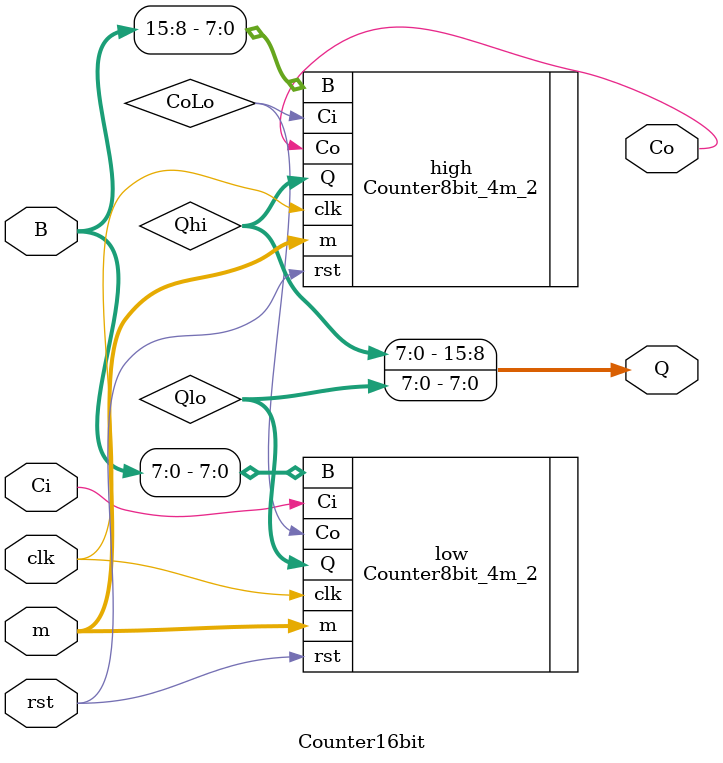
<source format=v>
module Counter16bit (input clk, input rst, input [15:0] B, input [1:0] m, input Ci, output [15:0] Q, output Co);
    wire [7:0] Qhi, Qlo;
    wire CoLo;
    Counter8bit_4m_2 low (.clk(clk), .rst(rst), .B(B[7:0]), .m(m), .Ci(Ci), .Co(CoLo), .Q(Qlo));
    Counter8bit_4m_2 high (.clk(clk), .rst(rst), .B(B[15:8]), .m(m), .Ci(CoLo), .Co(Co), .Q(Qhi));
    assign Q = {Qhi, Qlo};
endmodule

</source>
